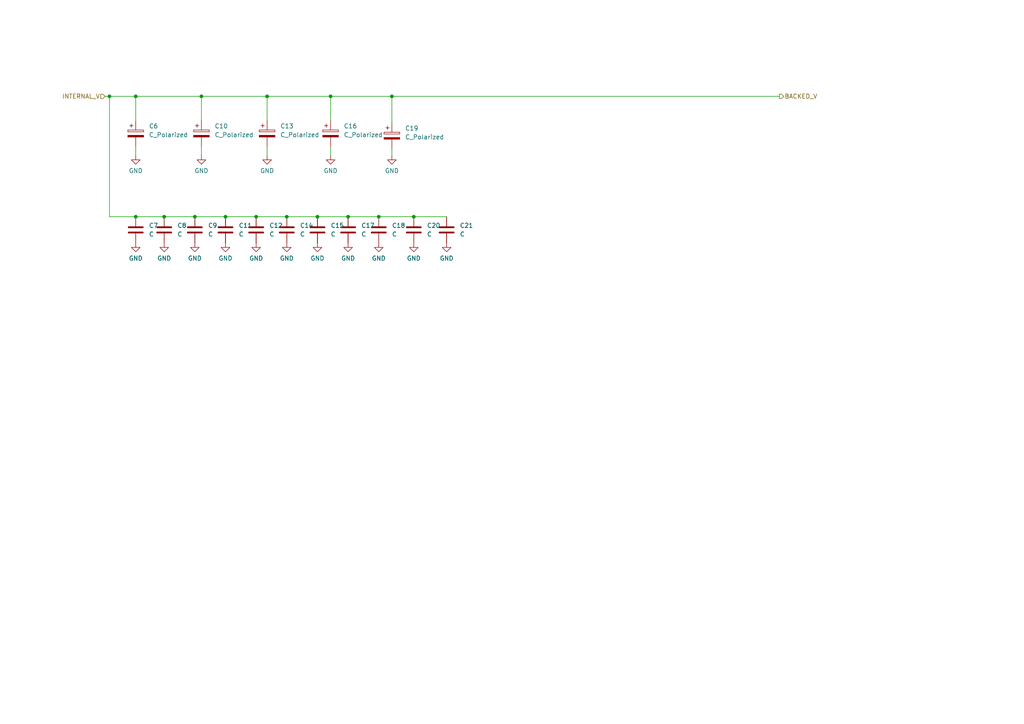
<source format=kicad_sch>
(kicad_sch (version 20211123) (generator eeschema)
  (paper "A4")
  (lib_symbols
    (symbol "Device:C" (pin_numbers hide) (pin_names (offset 0.254))
      (property "Reference" "C" (at 0.635 2.54 0))
      (property "Value" "C" (at 0.635 -2.54 0))
      (symbol "C_0_1"
        (polyline (pts (xy -2.032 -0.762) (xy 2.032 -0.762)) (stroke (width 0.508)))
        (polyline (pts (xy -2.032 0.762) (xy 2.032 0.762)) (stroke (width 0.508)))
      )
      (symbol "C_1_1"
        (pin passive line (at 0 3.81 270) (length 2.794) (name "~") (number "1"))
        (pin passive line (at 0 -3.81 90) (length 2.794) (name "~") (number "2"))
      )
    )
    (symbol "Device:C_Polarized" (pin_numbers hide) (pin_names (offset 0.254))
      (property "Reference" "C" (at 0.635 2.54 0))
      (property "Value" "C_Polarized" (at 0.635 -2.54 0))
      (symbol "C_Polarized_0_1"
        (rectangle (start -2.286 0.508) (end 2.286 1.016))
        (polyline (pts (xy -1.778 2.286) (xy -0.762 2.286)))
        (polyline (pts (xy -1.27 2.794) (xy -1.27 1.778)))
        (rectangle (start 2.286 -0.508) (end -2.286 -1.016) (fill (type outline)))
      )
      (symbol "C_Polarized_1_1"
        (pin passive line (at 0 3.81 270) (length 2.794) (name "~") (number "1"))
        (pin passive line (at 0 -3.81 90) (length 2.794) (name "~") (number "2"))
      )
    )
    (symbol "power:GND" (power) (pin_names (offset 0))
      (property "Value" "GND" (at 0 -3.81 0))
      (symbol "GND_0_1"
        (polyline (pts (xy 0 0) (xy 0 -1.27) (xy 1.27 -1.27) (xy 0 -2.54) (xy -1.27 -1.27) (xy 0 -1.27)))
      )
      (symbol "GND_1_1"
        (pin power_in line (at 0 0 270) (length 0) hide (name "GND") (number "1"))
      )
    )
  )
  (junction (at 92.075 62.865))
  (junction (at 39.37 27.94))
  (junction (at 113.665 27.94))
  (junction (at 100.965 62.865))
  (junction (at 95.885 27.94))
  (junction (at 109.855 62.865))
  (junction (at 39.37 62.865))
  (junction (at 120.015 62.865))
  (junction (at 65.405 62.865))
  (junction (at 58.42 27.94))
  (junction (at 31.75 27.94))
  (junction (at 83.185 62.865))
  (junction (at 56.515 62.865))
  (junction (at 47.625 62.865))
  (junction (at 77.47 27.94))
  (junction (at 74.295 62.865))
  (wire (pts (xy 58.42 27.94) (xy 77.47 27.94)))
  (wire (pts (xy 31.75 27.94) (xy 39.37 27.94)))
  (wire (pts (xy 83.185 62.865) (xy 92.075 62.865)))
  (wire (pts (xy 100.965 62.865) (xy 109.855 62.865)))
  (wire (pts (xy 77.47 27.94) (xy 95.885 27.94)))
  (wire (pts (xy 92.075 62.865) (xy 100.965 62.865)))
  (wire (pts (xy 77.47 27.94) (xy 77.47 34.925)))
  (wire (pts (xy 113.665 27.94) (xy 113.665 35.56)))
  (wire (pts (xy 31.75 27.94) (xy 31.75 62.865)))
  (wire (pts (xy 65.405 62.865) (xy 74.295 62.865)))
  (wire (pts (xy 113.665 43.18) (xy 113.665 45.085)))
  (wire (pts (xy 39.37 27.94) (xy 39.37 34.925)))
  (wire (pts (xy 39.37 42.545) (xy 39.37 45.085)))
  (wire (pts (xy 31.75 62.865) (xy 39.37 62.865)))
  (wire (pts (xy 74.295 62.865) (xy 83.185 62.865)))
  (wire (pts (xy 47.625 62.865) (xy 56.515 62.865)))
  (wire (pts (xy 58.42 42.545) (xy 58.42 45.085)))
  (wire (pts (xy 39.37 27.94) (xy 58.42 27.94)))
  (wire (pts (xy 77.47 42.545) (xy 77.47 45.085)))
  (wire (pts (xy 120.015 62.865) (xy 129.54 62.865)))
  (wire (pts (xy 113.665 27.94) (xy 226.06 27.94)))
  (wire (pts (xy 95.885 27.94) (xy 113.665 27.94)))
  (wire (pts (xy 30.48 27.94) (xy 31.75 27.94)))
  (wire (pts (xy 56.515 62.865) (xy 65.405 62.865)))
  (wire (pts (xy 95.885 27.94) (xy 95.885 34.925)))
  (wire (pts (xy 109.855 62.865) (xy 120.015 62.865)))
  (wire (pts (xy 95.885 42.545) (xy 95.885 45.085)))
  (wire (pts (xy 39.37 62.865) (xy 47.625 62.865)))
  (wire (pts (xy 58.42 27.94) (xy 58.42 34.925)))
  (hierarchical_label "BACKED_V" (shape output) (at 226.06 27.94 0))
  (hierarchical_label "INTERNAL_V" (shape input) (at 30.48 27.94 180))
  (symbol (lib_id "power:GND") (at 109.855 70.485 0) (unit 1)
    (property "Reference" "#PWR067" (effects hide))
    (property "Value" "GND" (at 109.855 74.93 0))
  )
  (symbol (lib_id "power:GND") (at 65.405 70.485 0) (unit 1)
    (property "Reference" "#PWR060" (effects hide))
    (property "Value" "GND" (at 65.405 74.93 0))
  )
  (symbol (lib_id "power:GND") (at 39.37 45.085 0) (unit 1)
    (property "Reference" "#PWR055" (effects hide))
    (property "Value" "GND" (at 39.37 49.53 0))
  )
  (symbol (lib_id "Device:C") (at 92.075 66.675 0) (unit 1)
    (property "Reference" "C15" (at 95.885 65.4049 0) (effects (justify left)))
    (property "Value" "C" (at 95.885 67.9449 0) (effects (justify left)))
    (property "Footprint" "Capacitor_SMD:C_0805_2012Metric" (effects hide))
  )
  (symbol (lib_id "Device:C") (at 74.295 66.675 0) (unit 1)
    (property "Reference" "C12" (at 78.105 65.4049 0) (effects (justify left)))
    (property "Value" "C" (at 78.105 67.9449 0) (effects (justify left)))
    (property "Footprint" "Capacitor_SMD:C_0805_2012Metric" (effects hide))
  )
  (symbol (lib_id "power:GND") (at 56.515 70.485 0) (unit 1)
    (property "Reference" "#PWR058" (effects hide))
    (property "Value" "GND" (at 56.515 74.93 0))
  )
  (symbol (lib_id "power:GND") (at 83.185 70.485 0) (unit 1)
    (property "Reference" "#PWR063" (effects hide))
    (property "Value" "GND" (at 83.185 74.93 0))
  )
  (symbol (lib_id "power:GND") (at 113.665 45.085 0) (unit 1)
    (property "Reference" "#PWR068" (effects hide))
    (property "Value" "GND" (at 113.665 49.53 0))
  )
  (symbol (lib_id "Device:C") (at 109.855 66.675 0) (unit 1)
    (property "Reference" "C18" (at 113.665 65.4049 0) (effects (justify left)))
    (property "Value" "C" (at 113.665 67.9449 0) (effects (justify left)))
    (property "Footprint" "Capacitor_SMD:C_0805_2012Metric" (effects hide))
  )
  (symbol (lib_id "power:GND") (at 120.015 70.485 0) (unit 1)
    (property "Reference" "#PWR069" (effects hide))
    (property "Value" "GND" (at 120.015 74.93 0))
  )
  (symbol (lib_id "Device:C") (at 83.185 66.675 0) (unit 1)
    (property "Reference" "C14" (at 86.995 65.4049 0) (effects (justify left)))
    (property "Value" "C" (at 86.995 67.9449 0) (effects (justify left)))
    (property "Footprint" "Capacitor_SMD:C_0805_2012Metric" (effects hide))
  )
  (symbol (lib_id "power:GND") (at 92.075 70.485 0) (unit 1)
    (property "Reference" "#PWR064" (effects hide))
    (property "Value" "GND" (at 92.075 74.93 0))
  )
  (symbol (lib_id "Device:C_Polarized") (at 58.42 38.735 0) (unit 1)
    (property "Reference" "C10" (at 62.23 36.5759 0) (effects (justify left)))
    (property "Value" "C_Polarized" (at 62.23 39.1159 0) (effects (justify left)))
    (property "Footprint" "Capacitor_Tantalum_SMD:CP_EIA-7343-43_Kemet-X" (effects hide))
  )
  (symbol (lib_id "Device:C_Polarized") (at 39.37 38.735 0) (unit 1)
    (property "Reference" "C6" (at 43.18 36.5759 0) (effects (justify left)))
    (property "Value" "C_Polarized" (at 43.18 39.1159 0) (effects (justify left)))
    (property "Footprint" "Capacitor_Tantalum_SMD:CP_EIA-7343-43_Kemet-X" (effects hide))
  )
  (symbol (lib_id "Device:C") (at 129.54 66.675 0) (unit 1)
    (property "Reference" "C21" (at 133.35 65.4049 0) (effects (justify left)))
    (property "Value" "C" (at 133.35 67.9449 0) (effects (justify left)))
    (property "Footprint" "Capacitor_SMD:C_0805_2012Metric" (effects hide))
  )
  (symbol (lib_id "power:GND") (at 129.54 70.485 0) (unit 1)
    (property "Reference" "#PWR070" (effects hide))
    (property "Value" "GND" (at 129.54 74.93 0))
  )
  (symbol (lib_id "Device:C_Polarized") (at 95.885 38.735 0) (unit 1)
    (property "Reference" "C16" (at 99.695 36.5759 0) (effects (justify left)))
    (property "Value" "C_Polarized" (at 99.695 39.1159 0) (effects (justify left)))
    (property "Footprint" "Capacitor_Tantalum_SMD:CP_EIA-7343-43_Kemet-X" (effects hide))
  )
  (symbol (lib_id "power:GND") (at 47.625 70.485 0) (unit 1)
    (property "Reference" "#PWR057" (effects hide))
    (property "Value" "GND" (at 47.625 74.93 0))
  )
  (symbol (lib_id "Device:C") (at 39.37 66.675 0) (unit 1)
    (property "Reference" "C7" (at 43.18 65.4049 0) (effects (justify left)))
    (property "Value" "C" (at 43.18 67.9449 0) (effects (justify left)))
    (property "Footprint" "Capacitor_SMD:C_0805_2012Metric" (effects hide))
  )
  (symbol (lib_id "Device:C_Polarized") (at 77.47 38.735 0) (unit 1)
    (property "Reference" "C13" (at 81.28 36.5759 0) (effects (justify left)))
    (property "Value" "C_Polarized" (at 81.28 39.1159 0) (effects (justify left)))
    (property "Footprint" "Capacitor_Tantalum_SMD:CP_EIA-7343-43_Kemet-X" (effects hide))
  )
  (symbol (lib_id "Device:C") (at 100.965 66.675 0) (unit 1)
    (property "Reference" "C17" (at 104.775 65.4049 0) (effects (justify left)))
    (property "Value" "C" (at 104.775 67.9449 0) (effects (justify left)))
    (property "Footprint" "Capacitor_SMD:C_0805_2012Metric" (effects hide))
  )
  (symbol (lib_id "power:GND") (at 58.42 45.085 0) (unit 1)
    (property "Reference" "#PWR059" (effects hide))
    (property "Value" "GND" (at 58.42 49.53 0))
  )
  (symbol (lib_id "power:GND") (at 39.37 70.485 0) (unit 1)
    (property "Reference" "#PWR056" (effects hide))
    (property "Value" "GND" (at 39.37 74.93 0))
  )
  (symbol (lib_id "Device:C_Polarized") (at 113.665 39.37 0) (unit 1)
    (property "Reference" "C19" (at 117.475 37.2109 0) (effects (justify left)))
    (property "Value" "C_Polarized" (at 117.475 39.7509 0) (effects (justify left)))
    (property "Footprint" "Capacitor_Tantalum_SMD:CP_EIA-7343-43_Kemet-X" (effects hide))
  )
  (symbol (lib_id "Device:C") (at 120.015 66.675 0) (unit 1)
    (property "Reference" "C20" (at 123.825 65.4049 0) (effects (justify left)))
    (property "Value" "C" (at 123.825 67.9449 0) (effects (justify left)))
    (property "Footprint" "Capacitor_SMD:C_0805_2012Metric" (effects hide))
  )
  (symbol (lib_id "power:GND") (at 74.295 70.485 0) (unit 1)
    (property "Reference" "#PWR061" (effects hide))
    (property "Value" "GND" (at 74.295 74.93 0))
  )
  (symbol (lib_id "Device:C") (at 56.515 66.675 0) (unit 1)
    (property "Reference" "C9" (at 60.325 65.4049 0) (effects (justify left)))
    (property "Value" "C" (at 60.325 67.9449 0) (effects (justify left)))
    (property "Footprint" "Capacitor_SMD:C_0805_2012Metric" (effects hide))
  )
  (symbol (lib_id "power:GND") (at 100.965 70.485 0) (unit 1)
    (property "Reference" "#PWR066" (effects hide))
    (property "Value" "GND" (at 100.965 74.93 0))
  )
  (symbol (lib_id "Device:C") (at 65.405 66.675 0) (unit 1)
    (property "Reference" "C11" (at 69.215 65.4049 0) (effects (justify left)))
    (property "Value" "C" (at 69.215 67.9449 0) (effects (justify left)))
    (property "Footprint" "Capacitor_SMD:C_0805_2012Metric" (effects hide))
  )
  (symbol (lib_id "power:GND") (at 77.47 45.085 0) (unit 1)
    (property "Reference" "#PWR062" (effects hide))
    (property "Value" "GND" (at 77.47 49.53 0))
  )
  (symbol (lib_id "Device:C") (at 47.625 66.675 0) (unit 1)
    (property "Reference" "C8" (at 51.435 65.4049 0) (effects (justify left)))
    (property "Value" "C" (at 51.435 67.9449 0) (effects (justify left)))
    (property "Footprint" "Capacitor_SMD:C_0805_2012Metric" (effects hide))
  )
  (symbol (lib_id "power:GND") (at 95.885 45.085 0) (unit 1)
    (property "Reference" "#PWR065" (effects hide))
    (property "Value" "GND" (at 95.885 49.53 0))
  )
)
</source>
